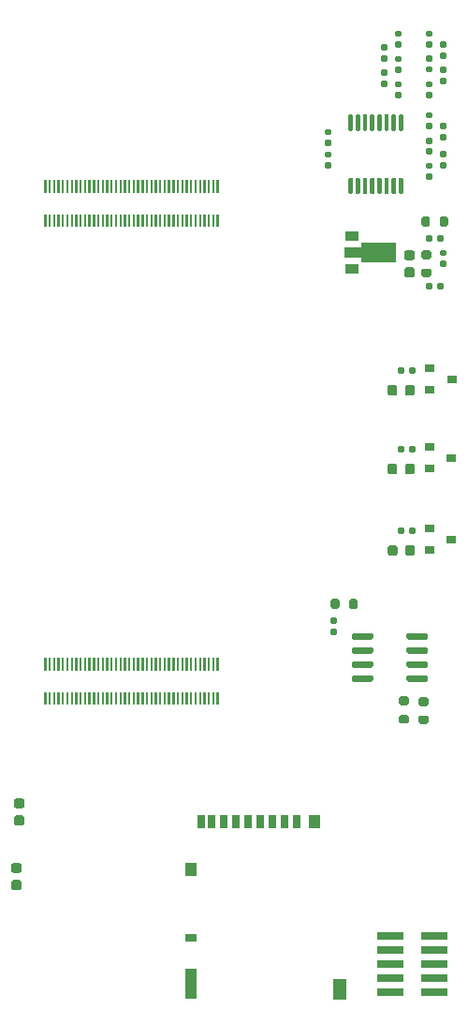
<source format=gbr>
%TF.GenerationSoftware,KiCad,Pcbnew,(5.1.9-0-10_14)*%
%TF.CreationDate,2021-11-19T16:31:04+01:00*%
%TF.ProjectId,Silviaduino,53696c76-6961-4647-9569-6e6f2e6b6963,rev?*%
%TF.SameCoordinates,Original*%
%TF.FileFunction,Paste,Top*%
%TF.FilePolarity,Positive*%
%FSLAX46Y46*%
G04 Gerber Fmt 4.6, Leading zero omitted, Abs format (unit mm)*
G04 Created by KiCad (PCBNEW (5.1.9-0-10_14)) date 2021-11-19 16:31:04*
%MOMM*%
%LPD*%
G01*
G04 APERTURE LIST*
%ADD10C,0.100000*%
%ADD11R,1.300000X0.900000*%
%ADD12R,0.900000X0.800000*%
%ADD13R,2.400000X0.740000*%
%ADD14R,1.300000X1.900000*%
%ADD15R,1.000000X2.800000*%
%ADD16R,1.000000X0.800000*%
%ADD17R,1.000000X1.200000*%
%ADD18R,0.700000X1.200000*%
G04 APERTURE END LIST*
%TO.C,R18*%
G36*
G01*
X170455000Y-63329000D02*
X169905000Y-63329000D01*
G75*
G02*
X169705000Y-63129000I0J200000D01*
G01*
X169705000Y-62729000D01*
G75*
G02*
X169905000Y-62529000I200000J0D01*
G01*
X170455000Y-62529000D01*
G75*
G02*
X170655000Y-62729000I0J-200000D01*
G01*
X170655000Y-63129000D01*
G75*
G02*
X170455000Y-63329000I-200000J0D01*
G01*
G37*
G36*
G01*
X170455000Y-64979000D02*
X169905000Y-64979000D01*
G75*
G02*
X169705000Y-64779000I0J200000D01*
G01*
X169705000Y-64379000D01*
G75*
G02*
X169905000Y-64179000I200000J0D01*
G01*
X170455000Y-64179000D01*
G75*
G02*
X170655000Y-64379000I0J-200000D01*
G01*
X170655000Y-64779000D01*
G75*
G02*
X170455000Y-64979000I-200000J0D01*
G01*
G37*
%TD*%
%TO.C,R17*%
G36*
G01*
X170700000Y-65601000D02*
X170700000Y-65971000D01*
G75*
G02*
X170565000Y-66106000I-135000J0D01*
G01*
X170295000Y-66106000D01*
G75*
G02*
X170160000Y-65971000I0J135000D01*
G01*
X170160000Y-65601000D01*
G75*
G02*
X170295000Y-65466000I135000J0D01*
G01*
X170565000Y-65466000D01*
G75*
G02*
X170700000Y-65601000I0J-135000D01*
G01*
G37*
G36*
G01*
X171720000Y-65601000D02*
X171720000Y-65971000D01*
G75*
G02*
X171585000Y-66106000I-135000J0D01*
G01*
X171315000Y-66106000D01*
G75*
G02*
X171180000Y-65971000I0J135000D01*
G01*
X171180000Y-65601000D01*
G75*
G02*
X171315000Y-65466000I135000J0D01*
G01*
X171585000Y-65466000D01*
G75*
G02*
X171720000Y-65601000I0J-135000D01*
G01*
G37*
%TD*%
%TO.C,C15*%
G36*
G01*
X171874000Y-63046000D02*
X171534000Y-63046000D01*
G75*
G02*
X171394000Y-62906000I0J140000D01*
G01*
X171394000Y-62626000D01*
G75*
G02*
X171534000Y-62486000I140000J0D01*
G01*
X171874000Y-62486000D01*
G75*
G02*
X172014000Y-62626000I0J-140000D01*
G01*
X172014000Y-62906000D01*
G75*
G02*
X171874000Y-63046000I-140000J0D01*
G01*
G37*
G36*
G01*
X171874000Y-64006000D02*
X171534000Y-64006000D01*
G75*
G02*
X171394000Y-63866000I0J140000D01*
G01*
X171394000Y-63586000D01*
G75*
G02*
X171534000Y-63446000I140000J0D01*
G01*
X171874000Y-63446000D01*
G75*
G02*
X172014000Y-63586000I0J-140000D01*
G01*
X172014000Y-63866000D01*
G75*
G02*
X171874000Y-64006000I-140000J0D01*
G01*
G37*
%TD*%
%TO.C,R9*%
G36*
G01*
X170201000Y-103715000D02*
X169651000Y-103715000D01*
G75*
G02*
X169451000Y-103515000I0J200000D01*
G01*
X169451000Y-103115000D01*
G75*
G02*
X169651000Y-102915000I200000J0D01*
G01*
X170201000Y-102915000D01*
G75*
G02*
X170401000Y-103115000I0J-200000D01*
G01*
X170401000Y-103515000D01*
G75*
G02*
X170201000Y-103715000I-200000J0D01*
G01*
G37*
G36*
G01*
X170201000Y-105365000D02*
X169651000Y-105365000D01*
G75*
G02*
X169451000Y-105165000I0J200000D01*
G01*
X169451000Y-104765000D01*
G75*
G02*
X169651000Y-104565000I200000J0D01*
G01*
X170201000Y-104565000D01*
G75*
G02*
X170401000Y-104765000I0J-200000D01*
G01*
X170401000Y-105165000D01*
G75*
G02*
X170201000Y-105365000I-200000J0D01*
G01*
G37*
%TD*%
%TO.C,R8*%
G36*
G01*
X167873000Y-104502000D02*
X168423000Y-104502000D01*
G75*
G02*
X168623000Y-104702000I0J-200000D01*
G01*
X168623000Y-105102000D01*
G75*
G02*
X168423000Y-105302000I-200000J0D01*
G01*
X167873000Y-105302000D01*
G75*
G02*
X167673000Y-105102000I0J200000D01*
G01*
X167673000Y-104702000D01*
G75*
G02*
X167873000Y-104502000I200000J0D01*
G01*
G37*
G36*
G01*
X167873000Y-102852000D02*
X168423000Y-102852000D01*
G75*
G02*
X168623000Y-103052000I0J-200000D01*
G01*
X168623000Y-103452000D01*
G75*
G02*
X168423000Y-103652000I-200000J0D01*
G01*
X167873000Y-103652000D01*
G75*
G02*
X167673000Y-103452000I0J200000D01*
G01*
X167673000Y-103052000D01*
G75*
G02*
X167873000Y-102852000I200000J0D01*
G01*
G37*
%TD*%
%TO.C,R6*%
G36*
G01*
X163176000Y-94763000D02*
X163176000Y-94213000D01*
G75*
G02*
X163376000Y-94013000I200000J0D01*
G01*
X163776000Y-94013000D01*
G75*
G02*
X163976000Y-94213000I0J-200000D01*
G01*
X163976000Y-94763000D01*
G75*
G02*
X163776000Y-94963000I-200000J0D01*
G01*
X163376000Y-94963000D01*
G75*
G02*
X163176000Y-94763000I0J200000D01*
G01*
G37*
G36*
G01*
X161526000Y-94763000D02*
X161526000Y-94213000D01*
G75*
G02*
X161726000Y-94013000I200000J0D01*
G01*
X162126000Y-94013000D01*
G75*
G02*
X162326000Y-94213000I0J-200000D01*
G01*
X162326000Y-94763000D01*
G75*
G02*
X162126000Y-94963000I-200000J0D01*
G01*
X161726000Y-94963000D01*
G75*
G02*
X161526000Y-94763000I0J200000D01*
G01*
G37*
%TD*%
%TO.C,R5*%
G36*
G01*
X171367000Y-60219000D02*
X171367000Y-59669000D01*
G75*
G02*
X171567000Y-59469000I200000J0D01*
G01*
X171967000Y-59469000D01*
G75*
G02*
X172167000Y-59669000I0J-200000D01*
G01*
X172167000Y-60219000D01*
G75*
G02*
X171967000Y-60419000I-200000J0D01*
G01*
X171567000Y-60419000D01*
G75*
G02*
X171367000Y-60219000I0J200000D01*
G01*
G37*
G36*
G01*
X169717000Y-60219000D02*
X169717000Y-59669000D01*
G75*
G02*
X169917000Y-59469000I200000J0D01*
G01*
X170317000Y-59469000D01*
G75*
G02*
X170517000Y-59669000I0J-200000D01*
G01*
X170517000Y-60219000D01*
G75*
G02*
X170317000Y-60419000I-200000J0D01*
G01*
X169917000Y-60419000D01*
G75*
G02*
X169717000Y-60219000I0J200000D01*
G01*
G37*
%TD*%
%TO.C,C4*%
G36*
G01*
X168906000Y-63429000D02*
X168406000Y-63429000D01*
G75*
G02*
X168181000Y-63204000I0J225000D01*
G01*
X168181000Y-62754000D01*
G75*
G02*
X168406000Y-62529000I225000J0D01*
G01*
X168906000Y-62529000D01*
G75*
G02*
X169131000Y-62754000I0J-225000D01*
G01*
X169131000Y-63204000D01*
G75*
G02*
X168906000Y-63429000I-225000J0D01*
G01*
G37*
G36*
G01*
X168906000Y-64979000D02*
X168406000Y-64979000D01*
G75*
G02*
X168181000Y-64754000I0J225000D01*
G01*
X168181000Y-64304000D01*
G75*
G02*
X168406000Y-64079000I225000J0D01*
G01*
X168906000Y-64079000D01*
G75*
G02*
X169131000Y-64304000I0J-225000D01*
G01*
X169131000Y-64754000D01*
G75*
G02*
X168906000Y-64979000I-225000J0D01*
G01*
G37*
%TD*%
%TO.C,C3*%
G36*
G01*
X133100000Y-113609000D02*
X133600000Y-113609000D01*
G75*
G02*
X133825000Y-113834000I0J-225000D01*
G01*
X133825000Y-114284000D01*
G75*
G02*
X133600000Y-114509000I-225000J0D01*
G01*
X133100000Y-114509000D01*
G75*
G02*
X132875000Y-114284000I0J225000D01*
G01*
X132875000Y-113834000D01*
G75*
G02*
X133100000Y-113609000I225000J0D01*
G01*
G37*
G36*
G01*
X133100000Y-112059000D02*
X133600000Y-112059000D01*
G75*
G02*
X133825000Y-112284000I0J-225000D01*
G01*
X133825000Y-112734000D01*
G75*
G02*
X133600000Y-112959000I-225000J0D01*
G01*
X133100000Y-112959000D01*
G75*
G02*
X132875000Y-112734000I0J225000D01*
G01*
X132875000Y-112284000D01*
G75*
G02*
X133100000Y-112059000I225000J0D01*
G01*
G37*
%TD*%
%TO.C,C2*%
G36*
G01*
X133346000Y-118801000D02*
X132846000Y-118801000D01*
G75*
G02*
X132621000Y-118576000I0J225000D01*
G01*
X132621000Y-118126000D01*
G75*
G02*
X132846000Y-117901000I225000J0D01*
G01*
X133346000Y-117901000D01*
G75*
G02*
X133571000Y-118126000I0J-225000D01*
G01*
X133571000Y-118576000D01*
G75*
G02*
X133346000Y-118801000I-225000J0D01*
G01*
G37*
G36*
G01*
X133346000Y-120351000D02*
X132846000Y-120351000D01*
G75*
G02*
X132621000Y-120126000I0J225000D01*
G01*
X132621000Y-119676000D01*
G75*
G02*
X132846000Y-119451000I225000J0D01*
G01*
X133346000Y-119451000D01*
G75*
G02*
X133571000Y-119676000I0J-225000D01*
G01*
X133571000Y-120126000D01*
G75*
G02*
X133346000Y-120351000I-225000J0D01*
G01*
G37*
%TD*%
%TO.C,U5*%
G36*
G01*
X163433000Y-51723000D02*
X163233000Y-51723000D01*
G75*
G02*
X163133000Y-51623000I0J100000D01*
G01*
X163133000Y-50348000D01*
G75*
G02*
X163233000Y-50248000I100000J0D01*
G01*
X163433000Y-50248000D01*
G75*
G02*
X163533000Y-50348000I0J-100000D01*
G01*
X163533000Y-51623000D01*
G75*
G02*
X163433000Y-51723000I-100000J0D01*
G01*
G37*
G36*
G01*
X164083000Y-51723000D02*
X163883000Y-51723000D01*
G75*
G02*
X163783000Y-51623000I0J100000D01*
G01*
X163783000Y-50348000D01*
G75*
G02*
X163883000Y-50248000I100000J0D01*
G01*
X164083000Y-50248000D01*
G75*
G02*
X164183000Y-50348000I0J-100000D01*
G01*
X164183000Y-51623000D01*
G75*
G02*
X164083000Y-51723000I-100000J0D01*
G01*
G37*
G36*
G01*
X164733000Y-51723000D02*
X164533000Y-51723000D01*
G75*
G02*
X164433000Y-51623000I0J100000D01*
G01*
X164433000Y-50348000D01*
G75*
G02*
X164533000Y-50248000I100000J0D01*
G01*
X164733000Y-50248000D01*
G75*
G02*
X164833000Y-50348000I0J-100000D01*
G01*
X164833000Y-51623000D01*
G75*
G02*
X164733000Y-51723000I-100000J0D01*
G01*
G37*
G36*
G01*
X165383000Y-51723000D02*
X165183000Y-51723000D01*
G75*
G02*
X165083000Y-51623000I0J100000D01*
G01*
X165083000Y-50348000D01*
G75*
G02*
X165183000Y-50248000I100000J0D01*
G01*
X165383000Y-50248000D01*
G75*
G02*
X165483000Y-50348000I0J-100000D01*
G01*
X165483000Y-51623000D01*
G75*
G02*
X165383000Y-51723000I-100000J0D01*
G01*
G37*
G36*
G01*
X166033000Y-51723000D02*
X165833000Y-51723000D01*
G75*
G02*
X165733000Y-51623000I0J100000D01*
G01*
X165733000Y-50348000D01*
G75*
G02*
X165833000Y-50248000I100000J0D01*
G01*
X166033000Y-50248000D01*
G75*
G02*
X166133000Y-50348000I0J-100000D01*
G01*
X166133000Y-51623000D01*
G75*
G02*
X166033000Y-51723000I-100000J0D01*
G01*
G37*
G36*
G01*
X166683000Y-51723000D02*
X166483000Y-51723000D01*
G75*
G02*
X166383000Y-51623000I0J100000D01*
G01*
X166383000Y-50348000D01*
G75*
G02*
X166483000Y-50248000I100000J0D01*
G01*
X166683000Y-50248000D01*
G75*
G02*
X166783000Y-50348000I0J-100000D01*
G01*
X166783000Y-51623000D01*
G75*
G02*
X166683000Y-51723000I-100000J0D01*
G01*
G37*
G36*
G01*
X167333000Y-51723000D02*
X167133000Y-51723000D01*
G75*
G02*
X167033000Y-51623000I0J100000D01*
G01*
X167033000Y-50348000D01*
G75*
G02*
X167133000Y-50248000I100000J0D01*
G01*
X167333000Y-50248000D01*
G75*
G02*
X167433000Y-50348000I0J-100000D01*
G01*
X167433000Y-51623000D01*
G75*
G02*
X167333000Y-51723000I-100000J0D01*
G01*
G37*
G36*
G01*
X167983000Y-51723000D02*
X167783000Y-51723000D01*
G75*
G02*
X167683000Y-51623000I0J100000D01*
G01*
X167683000Y-50348000D01*
G75*
G02*
X167783000Y-50248000I100000J0D01*
G01*
X167983000Y-50248000D01*
G75*
G02*
X168083000Y-50348000I0J-100000D01*
G01*
X168083000Y-51623000D01*
G75*
G02*
X167983000Y-51723000I-100000J0D01*
G01*
G37*
G36*
G01*
X167983000Y-57448000D02*
X167783000Y-57448000D01*
G75*
G02*
X167683000Y-57348000I0J100000D01*
G01*
X167683000Y-56073000D01*
G75*
G02*
X167783000Y-55973000I100000J0D01*
G01*
X167983000Y-55973000D01*
G75*
G02*
X168083000Y-56073000I0J-100000D01*
G01*
X168083000Y-57348000D01*
G75*
G02*
X167983000Y-57448000I-100000J0D01*
G01*
G37*
G36*
G01*
X167333000Y-57448000D02*
X167133000Y-57448000D01*
G75*
G02*
X167033000Y-57348000I0J100000D01*
G01*
X167033000Y-56073000D01*
G75*
G02*
X167133000Y-55973000I100000J0D01*
G01*
X167333000Y-55973000D01*
G75*
G02*
X167433000Y-56073000I0J-100000D01*
G01*
X167433000Y-57348000D01*
G75*
G02*
X167333000Y-57448000I-100000J0D01*
G01*
G37*
G36*
G01*
X166683000Y-57448000D02*
X166483000Y-57448000D01*
G75*
G02*
X166383000Y-57348000I0J100000D01*
G01*
X166383000Y-56073000D01*
G75*
G02*
X166483000Y-55973000I100000J0D01*
G01*
X166683000Y-55973000D01*
G75*
G02*
X166783000Y-56073000I0J-100000D01*
G01*
X166783000Y-57348000D01*
G75*
G02*
X166683000Y-57448000I-100000J0D01*
G01*
G37*
G36*
G01*
X166033000Y-57448000D02*
X165833000Y-57448000D01*
G75*
G02*
X165733000Y-57348000I0J100000D01*
G01*
X165733000Y-56073000D01*
G75*
G02*
X165833000Y-55973000I100000J0D01*
G01*
X166033000Y-55973000D01*
G75*
G02*
X166133000Y-56073000I0J-100000D01*
G01*
X166133000Y-57348000D01*
G75*
G02*
X166033000Y-57448000I-100000J0D01*
G01*
G37*
G36*
G01*
X165383000Y-57448000D02*
X165183000Y-57448000D01*
G75*
G02*
X165083000Y-57348000I0J100000D01*
G01*
X165083000Y-56073000D01*
G75*
G02*
X165183000Y-55973000I100000J0D01*
G01*
X165383000Y-55973000D01*
G75*
G02*
X165483000Y-56073000I0J-100000D01*
G01*
X165483000Y-57348000D01*
G75*
G02*
X165383000Y-57448000I-100000J0D01*
G01*
G37*
G36*
G01*
X164733000Y-57448000D02*
X164533000Y-57448000D01*
G75*
G02*
X164433000Y-57348000I0J100000D01*
G01*
X164433000Y-56073000D01*
G75*
G02*
X164533000Y-55973000I100000J0D01*
G01*
X164733000Y-55973000D01*
G75*
G02*
X164833000Y-56073000I0J-100000D01*
G01*
X164833000Y-57348000D01*
G75*
G02*
X164733000Y-57448000I-100000J0D01*
G01*
G37*
G36*
G01*
X164083000Y-57448000D02*
X163883000Y-57448000D01*
G75*
G02*
X163783000Y-57348000I0J100000D01*
G01*
X163783000Y-56073000D01*
G75*
G02*
X163883000Y-55973000I100000J0D01*
G01*
X164083000Y-55973000D01*
G75*
G02*
X164183000Y-56073000I0J-100000D01*
G01*
X164183000Y-57348000D01*
G75*
G02*
X164083000Y-57448000I-100000J0D01*
G01*
G37*
G36*
G01*
X163433000Y-57448000D02*
X163233000Y-57448000D01*
G75*
G02*
X163133000Y-57348000I0J100000D01*
G01*
X163133000Y-56073000D01*
G75*
G02*
X163233000Y-55973000I100000J0D01*
G01*
X163433000Y-55973000D01*
G75*
G02*
X163533000Y-56073000I0J-100000D01*
G01*
X163533000Y-57348000D01*
G75*
G02*
X163433000Y-57448000I-100000J0D01*
G01*
G37*
%TD*%
D10*
%TO.C,U4*%
G36*
X135810000Y-56183000D02*
G01*
X135810000Y-57323000D01*
X135610000Y-57323000D01*
X135610000Y-56183000D01*
X135810000Y-56183000D01*
G37*
G36*
X135810000Y-59263000D02*
G01*
X135810000Y-60403000D01*
X135610000Y-60403000D01*
X135610000Y-59263000D01*
X135810000Y-59263000D01*
G37*
G36*
X136210000Y-56183000D02*
G01*
X136210000Y-57323000D01*
X136010000Y-57323000D01*
X136010000Y-56183000D01*
X136210000Y-56183000D01*
G37*
G36*
X136210000Y-59263000D02*
G01*
X136210000Y-60403000D01*
X136010000Y-60403000D01*
X136010000Y-59263000D01*
X136210000Y-59263000D01*
G37*
G36*
X136610000Y-56183000D02*
G01*
X136610000Y-57323000D01*
X136410000Y-57323000D01*
X136410000Y-56183000D01*
X136610000Y-56183000D01*
G37*
G36*
X136610000Y-59263000D02*
G01*
X136610000Y-60403000D01*
X136410000Y-60403000D01*
X136410000Y-59263000D01*
X136610000Y-59263000D01*
G37*
G36*
X137010000Y-56183000D02*
G01*
X137010000Y-57323000D01*
X136810000Y-57323000D01*
X136810000Y-56183000D01*
X137010000Y-56183000D01*
G37*
G36*
X137010000Y-59263000D02*
G01*
X137010000Y-60403000D01*
X136810000Y-60403000D01*
X136810000Y-59263000D01*
X137010000Y-59263000D01*
G37*
G36*
X137410000Y-56183000D02*
G01*
X137410000Y-57323000D01*
X137210000Y-57323000D01*
X137210000Y-56183000D01*
X137410000Y-56183000D01*
G37*
G36*
X137410000Y-59263000D02*
G01*
X137410000Y-60403000D01*
X137210000Y-60403000D01*
X137210000Y-59263000D01*
X137410000Y-59263000D01*
G37*
G36*
X137810000Y-56183000D02*
G01*
X137810000Y-57323000D01*
X137610000Y-57323000D01*
X137610000Y-56183000D01*
X137810000Y-56183000D01*
G37*
G36*
X137810000Y-59263000D02*
G01*
X137810000Y-60403000D01*
X137610000Y-60403000D01*
X137610000Y-59263000D01*
X137810000Y-59263000D01*
G37*
G36*
X138210000Y-56183000D02*
G01*
X138210000Y-57323000D01*
X138010000Y-57323000D01*
X138010000Y-56183000D01*
X138210000Y-56183000D01*
G37*
G36*
X138210000Y-59263000D02*
G01*
X138210000Y-60403000D01*
X138010000Y-60403000D01*
X138010000Y-59263000D01*
X138210000Y-59263000D01*
G37*
G36*
X138610000Y-56183000D02*
G01*
X138610000Y-57323000D01*
X138410000Y-57323000D01*
X138410000Y-56183000D01*
X138610000Y-56183000D01*
G37*
G36*
X138610000Y-59263000D02*
G01*
X138610000Y-60403000D01*
X138410000Y-60403000D01*
X138410000Y-59263000D01*
X138610000Y-59263000D01*
G37*
G36*
X139010000Y-56183000D02*
G01*
X139010000Y-57323000D01*
X138810000Y-57323000D01*
X138810000Y-56183000D01*
X139010000Y-56183000D01*
G37*
G36*
X139010000Y-59263000D02*
G01*
X139010000Y-60403000D01*
X138810000Y-60403000D01*
X138810000Y-59263000D01*
X139010000Y-59263000D01*
G37*
G36*
X139410000Y-56183000D02*
G01*
X139410000Y-57323000D01*
X139210000Y-57323000D01*
X139210000Y-56183000D01*
X139410000Y-56183000D01*
G37*
G36*
X139410000Y-59263000D02*
G01*
X139410000Y-60403000D01*
X139210000Y-60403000D01*
X139210000Y-59263000D01*
X139410000Y-59263000D01*
G37*
G36*
X139810000Y-56183000D02*
G01*
X139810000Y-57323000D01*
X139610000Y-57323000D01*
X139610000Y-56183000D01*
X139810000Y-56183000D01*
G37*
G36*
X139810000Y-59263000D02*
G01*
X139810000Y-60403000D01*
X139610000Y-60403000D01*
X139610000Y-59263000D01*
X139810000Y-59263000D01*
G37*
G36*
X140210000Y-56183000D02*
G01*
X140210000Y-57323000D01*
X140010000Y-57323000D01*
X140010000Y-56183000D01*
X140210000Y-56183000D01*
G37*
G36*
X140210000Y-59263000D02*
G01*
X140210000Y-60403000D01*
X140010000Y-60403000D01*
X140010000Y-59263000D01*
X140210000Y-59263000D01*
G37*
G36*
X140610000Y-56183000D02*
G01*
X140610000Y-57323000D01*
X140410000Y-57323000D01*
X140410000Y-56183000D01*
X140610000Y-56183000D01*
G37*
G36*
X140610000Y-59263000D02*
G01*
X140610000Y-60403000D01*
X140410000Y-60403000D01*
X140410000Y-59263000D01*
X140610000Y-59263000D01*
G37*
G36*
X141010000Y-56183000D02*
G01*
X141010000Y-57323000D01*
X140810000Y-57323000D01*
X140810000Y-56183000D01*
X141010000Y-56183000D01*
G37*
G36*
X141010000Y-59263000D02*
G01*
X141010000Y-60403000D01*
X140810000Y-60403000D01*
X140810000Y-59263000D01*
X141010000Y-59263000D01*
G37*
G36*
X141410000Y-56183000D02*
G01*
X141410000Y-57323000D01*
X141210000Y-57323000D01*
X141210000Y-56183000D01*
X141410000Y-56183000D01*
G37*
G36*
X141410000Y-59263000D02*
G01*
X141410000Y-60403000D01*
X141210000Y-60403000D01*
X141210000Y-59263000D01*
X141410000Y-59263000D01*
G37*
G36*
X141810000Y-56183000D02*
G01*
X141810000Y-57323000D01*
X141610000Y-57323000D01*
X141610000Y-56183000D01*
X141810000Y-56183000D01*
G37*
G36*
X141810000Y-59263000D02*
G01*
X141810000Y-60403000D01*
X141610000Y-60403000D01*
X141610000Y-59263000D01*
X141810000Y-59263000D01*
G37*
G36*
X142210000Y-56183000D02*
G01*
X142210000Y-57323000D01*
X142010000Y-57323000D01*
X142010000Y-56183000D01*
X142210000Y-56183000D01*
G37*
G36*
X142210000Y-59263000D02*
G01*
X142210000Y-60403000D01*
X142010000Y-60403000D01*
X142010000Y-59263000D01*
X142210000Y-59263000D01*
G37*
G36*
X142610000Y-56183000D02*
G01*
X142610000Y-57323000D01*
X142410000Y-57323000D01*
X142410000Y-56183000D01*
X142610000Y-56183000D01*
G37*
G36*
X142610000Y-59263000D02*
G01*
X142610000Y-60403000D01*
X142410000Y-60403000D01*
X142410000Y-59263000D01*
X142610000Y-59263000D01*
G37*
G36*
X143010000Y-56183000D02*
G01*
X143010000Y-57323000D01*
X142810000Y-57323000D01*
X142810000Y-56183000D01*
X143010000Y-56183000D01*
G37*
G36*
X143010000Y-59263000D02*
G01*
X143010000Y-60403000D01*
X142810000Y-60403000D01*
X142810000Y-59263000D01*
X143010000Y-59263000D01*
G37*
G36*
X143410000Y-56183000D02*
G01*
X143410000Y-57323000D01*
X143210000Y-57323000D01*
X143210000Y-56183000D01*
X143410000Y-56183000D01*
G37*
G36*
X143410000Y-59263000D02*
G01*
X143410000Y-60403000D01*
X143210000Y-60403000D01*
X143210000Y-59263000D01*
X143410000Y-59263000D01*
G37*
G36*
X143810000Y-56183000D02*
G01*
X143810000Y-57323000D01*
X143610000Y-57323000D01*
X143610000Y-56183000D01*
X143810000Y-56183000D01*
G37*
G36*
X143810000Y-59263000D02*
G01*
X143810000Y-60403000D01*
X143610000Y-60403000D01*
X143610000Y-59263000D01*
X143810000Y-59263000D01*
G37*
G36*
X144210000Y-56183000D02*
G01*
X144210000Y-57323000D01*
X144010000Y-57323000D01*
X144010000Y-56183000D01*
X144210000Y-56183000D01*
G37*
G36*
X144210000Y-59263000D02*
G01*
X144210000Y-60403000D01*
X144010000Y-60403000D01*
X144010000Y-59263000D01*
X144210000Y-59263000D01*
G37*
G36*
X144610000Y-56183000D02*
G01*
X144610000Y-57323000D01*
X144410000Y-57323000D01*
X144410000Y-56183000D01*
X144610000Y-56183000D01*
G37*
G36*
X144610000Y-59263000D02*
G01*
X144610000Y-60403000D01*
X144410000Y-60403000D01*
X144410000Y-59263000D01*
X144610000Y-59263000D01*
G37*
G36*
X145010000Y-56183000D02*
G01*
X145010000Y-57323000D01*
X144810000Y-57323000D01*
X144810000Y-56183000D01*
X145010000Y-56183000D01*
G37*
G36*
X145010000Y-59263000D02*
G01*
X145010000Y-60403000D01*
X144810000Y-60403000D01*
X144810000Y-59263000D01*
X145010000Y-59263000D01*
G37*
G36*
X145410000Y-56183000D02*
G01*
X145410000Y-57323000D01*
X145210000Y-57323000D01*
X145210000Y-56183000D01*
X145410000Y-56183000D01*
G37*
G36*
X145410000Y-59263000D02*
G01*
X145410000Y-60403000D01*
X145210000Y-60403000D01*
X145210000Y-59263000D01*
X145410000Y-59263000D01*
G37*
G36*
X145810000Y-56183000D02*
G01*
X145810000Y-57323000D01*
X145610000Y-57323000D01*
X145610000Y-56183000D01*
X145810000Y-56183000D01*
G37*
G36*
X145810000Y-59263000D02*
G01*
X145810000Y-60403000D01*
X145610000Y-60403000D01*
X145610000Y-59263000D01*
X145810000Y-59263000D01*
G37*
G36*
X146210000Y-56183000D02*
G01*
X146210000Y-57323000D01*
X146010000Y-57323000D01*
X146010000Y-56183000D01*
X146210000Y-56183000D01*
G37*
G36*
X146210000Y-59263000D02*
G01*
X146210000Y-60403000D01*
X146010000Y-60403000D01*
X146010000Y-59263000D01*
X146210000Y-59263000D01*
G37*
G36*
X146610000Y-56183000D02*
G01*
X146610000Y-57323000D01*
X146410000Y-57323000D01*
X146410000Y-56183000D01*
X146610000Y-56183000D01*
G37*
G36*
X146610000Y-59263000D02*
G01*
X146610000Y-60403000D01*
X146410000Y-60403000D01*
X146410000Y-59263000D01*
X146610000Y-59263000D01*
G37*
G36*
X147010000Y-56183000D02*
G01*
X147010000Y-57323000D01*
X146810000Y-57323000D01*
X146810000Y-56183000D01*
X147010000Y-56183000D01*
G37*
G36*
X147010000Y-59263000D02*
G01*
X147010000Y-60403000D01*
X146810000Y-60403000D01*
X146810000Y-59263000D01*
X147010000Y-59263000D01*
G37*
G36*
X147410000Y-56183000D02*
G01*
X147410000Y-57323000D01*
X147210000Y-57323000D01*
X147210000Y-56183000D01*
X147410000Y-56183000D01*
G37*
G36*
X147410000Y-59263000D02*
G01*
X147410000Y-60403000D01*
X147210000Y-60403000D01*
X147210000Y-59263000D01*
X147410000Y-59263000D01*
G37*
G36*
X147810000Y-56183000D02*
G01*
X147810000Y-57323000D01*
X147610000Y-57323000D01*
X147610000Y-56183000D01*
X147810000Y-56183000D01*
G37*
G36*
X147810000Y-59263000D02*
G01*
X147810000Y-60403000D01*
X147610000Y-60403000D01*
X147610000Y-59263000D01*
X147810000Y-59263000D01*
G37*
G36*
X148210000Y-56183000D02*
G01*
X148210000Y-57323000D01*
X148010000Y-57323000D01*
X148010000Y-56183000D01*
X148210000Y-56183000D01*
G37*
G36*
X148210000Y-59263000D02*
G01*
X148210000Y-60403000D01*
X148010000Y-60403000D01*
X148010000Y-59263000D01*
X148210000Y-59263000D01*
G37*
G36*
X148610000Y-56183000D02*
G01*
X148610000Y-57323000D01*
X148410000Y-57323000D01*
X148410000Y-56183000D01*
X148610000Y-56183000D01*
G37*
G36*
X148610000Y-59263000D02*
G01*
X148610000Y-60403000D01*
X148410000Y-60403000D01*
X148410000Y-59263000D01*
X148610000Y-59263000D01*
G37*
G36*
X149010000Y-56183000D02*
G01*
X149010000Y-57323000D01*
X148810000Y-57323000D01*
X148810000Y-56183000D01*
X149010000Y-56183000D01*
G37*
G36*
X149010000Y-59263000D02*
G01*
X149010000Y-60403000D01*
X148810000Y-60403000D01*
X148810000Y-59263000D01*
X149010000Y-59263000D01*
G37*
G36*
X149410000Y-56183000D02*
G01*
X149410000Y-57323000D01*
X149210000Y-57323000D01*
X149210000Y-56183000D01*
X149410000Y-56183000D01*
G37*
G36*
X149410000Y-59263000D02*
G01*
X149410000Y-60403000D01*
X149210000Y-60403000D01*
X149210000Y-59263000D01*
X149410000Y-59263000D01*
G37*
G36*
X149810000Y-56183000D02*
G01*
X149810000Y-57323000D01*
X149610000Y-57323000D01*
X149610000Y-56183000D01*
X149810000Y-56183000D01*
G37*
G36*
X149810000Y-59263000D02*
G01*
X149810000Y-60403000D01*
X149610000Y-60403000D01*
X149610000Y-59263000D01*
X149810000Y-59263000D01*
G37*
G36*
X150210000Y-56183000D02*
G01*
X150210000Y-57323000D01*
X150010000Y-57323000D01*
X150010000Y-56183000D01*
X150210000Y-56183000D01*
G37*
G36*
X150210000Y-59263000D02*
G01*
X150210000Y-60403000D01*
X150010000Y-60403000D01*
X150010000Y-59263000D01*
X150210000Y-59263000D01*
G37*
G36*
X150610000Y-56183000D02*
G01*
X150610000Y-57323000D01*
X150410000Y-57323000D01*
X150410000Y-56183000D01*
X150610000Y-56183000D01*
G37*
G36*
X150610000Y-59263000D02*
G01*
X150610000Y-60403000D01*
X150410000Y-60403000D01*
X150410000Y-59263000D01*
X150610000Y-59263000D01*
G37*
G36*
X151010000Y-56183000D02*
G01*
X151010000Y-57323000D01*
X150810000Y-57323000D01*
X150810000Y-56183000D01*
X151010000Y-56183000D01*
G37*
G36*
X151010000Y-59263000D02*
G01*
X151010000Y-60403000D01*
X150810000Y-60403000D01*
X150810000Y-59263000D01*
X151010000Y-59263000D01*
G37*
G36*
X151410000Y-56183000D02*
G01*
X151410000Y-57323000D01*
X151210000Y-57323000D01*
X151210000Y-56183000D01*
X151410000Y-56183000D01*
G37*
G36*
X135810000Y-99363000D02*
G01*
X135810000Y-100503000D01*
X135610000Y-100503000D01*
X135610000Y-99363000D01*
X135810000Y-99363000D01*
G37*
G36*
X135810000Y-102443000D02*
G01*
X135810000Y-103583000D01*
X135610000Y-103583000D01*
X135610000Y-102443000D01*
X135810000Y-102443000D01*
G37*
G36*
X136210000Y-99363000D02*
G01*
X136210000Y-100503000D01*
X136010000Y-100503000D01*
X136010000Y-99363000D01*
X136210000Y-99363000D01*
G37*
G36*
X136210000Y-102443000D02*
G01*
X136210000Y-103583000D01*
X136010000Y-103583000D01*
X136010000Y-102443000D01*
X136210000Y-102443000D01*
G37*
G36*
X136610000Y-99363000D02*
G01*
X136610000Y-100503000D01*
X136410000Y-100503000D01*
X136410000Y-99363000D01*
X136610000Y-99363000D01*
G37*
G36*
X136610000Y-102443000D02*
G01*
X136610000Y-103583000D01*
X136410000Y-103583000D01*
X136410000Y-102443000D01*
X136610000Y-102443000D01*
G37*
G36*
X137010000Y-99363000D02*
G01*
X137010000Y-100503000D01*
X136810000Y-100503000D01*
X136810000Y-99363000D01*
X137010000Y-99363000D01*
G37*
G36*
X137010000Y-102443000D02*
G01*
X137010000Y-103583000D01*
X136810000Y-103583000D01*
X136810000Y-102443000D01*
X137010000Y-102443000D01*
G37*
G36*
X137410000Y-99363000D02*
G01*
X137410000Y-100503000D01*
X137210000Y-100503000D01*
X137210000Y-99363000D01*
X137410000Y-99363000D01*
G37*
G36*
X137410000Y-102443000D02*
G01*
X137410000Y-103583000D01*
X137210000Y-103583000D01*
X137210000Y-102443000D01*
X137410000Y-102443000D01*
G37*
G36*
X137810000Y-99363000D02*
G01*
X137810000Y-100503000D01*
X137610000Y-100503000D01*
X137610000Y-99363000D01*
X137810000Y-99363000D01*
G37*
G36*
X137810000Y-102443000D02*
G01*
X137810000Y-103583000D01*
X137610000Y-103583000D01*
X137610000Y-102443000D01*
X137810000Y-102443000D01*
G37*
G36*
X138210000Y-99363000D02*
G01*
X138210000Y-100503000D01*
X138010000Y-100503000D01*
X138010000Y-99363000D01*
X138210000Y-99363000D01*
G37*
G36*
X138210000Y-102443000D02*
G01*
X138210000Y-103583000D01*
X138010000Y-103583000D01*
X138010000Y-102443000D01*
X138210000Y-102443000D01*
G37*
G36*
X138610000Y-99363000D02*
G01*
X138610000Y-100503000D01*
X138410000Y-100503000D01*
X138410000Y-99363000D01*
X138610000Y-99363000D01*
G37*
G36*
X138610000Y-102443000D02*
G01*
X138610000Y-103583000D01*
X138410000Y-103583000D01*
X138410000Y-102443000D01*
X138610000Y-102443000D01*
G37*
G36*
X139010000Y-99363000D02*
G01*
X139010000Y-100503000D01*
X138810000Y-100503000D01*
X138810000Y-99363000D01*
X139010000Y-99363000D01*
G37*
G36*
X139010000Y-102443000D02*
G01*
X139010000Y-103583000D01*
X138810000Y-103583000D01*
X138810000Y-102443000D01*
X139010000Y-102443000D01*
G37*
G36*
X139410000Y-99363000D02*
G01*
X139410000Y-100503000D01*
X139210000Y-100503000D01*
X139210000Y-99363000D01*
X139410000Y-99363000D01*
G37*
G36*
X139410000Y-102443000D02*
G01*
X139410000Y-103583000D01*
X139210000Y-103583000D01*
X139210000Y-102443000D01*
X139410000Y-102443000D01*
G37*
G36*
X139810000Y-99363000D02*
G01*
X139810000Y-100503000D01*
X139610000Y-100503000D01*
X139610000Y-99363000D01*
X139810000Y-99363000D01*
G37*
G36*
X139810000Y-102443000D02*
G01*
X139810000Y-103583000D01*
X139610000Y-103583000D01*
X139610000Y-102443000D01*
X139810000Y-102443000D01*
G37*
G36*
X140210000Y-99363000D02*
G01*
X140210000Y-100503000D01*
X140010000Y-100503000D01*
X140010000Y-99363000D01*
X140210000Y-99363000D01*
G37*
G36*
X140210000Y-102443000D02*
G01*
X140210000Y-103583000D01*
X140010000Y-103583000D01*
X140010000Y-102443000D01*
X140210000Y-102443000D01*
G37*
G36*
X140610000Y-99363000D02*
G01*
X140610000Y-100503000D01*
X140410000Y-100503000D01*
X140410000Y-99363000D01*
X140610000Y-99363000D01*
G37*
G36*
X140610000Y-102443000D02*
G01*
X140610000Y-103583000D01*
X140410000Y-103583000D01*
X140410000Y-102443000D01*
X140610000Y-102443000D01*
G37*
G36*
X141010000Y-99363000D02*
G01*
X141010000Y-100503000D01*
X140810000Y-100503000D01*
X140810000Y-99363000D01*
X141010000Y-99363000D01*
G37*
G36*
X141010000Y-102443000D02*
G01*
X141010000Y-103583000D01*
X140810000Y-103583000D01*
X140810000Y-102443000D01*
X141010000Y-102443000D01*
G37*
G36*
X141410000Y-99363000D02*
G01*
X141410000Y-100503000D01*
X141210000Y-100503000D01*
X141210000Y-99363000D01*
X141410000Y-99363000D01*
G37*
G36*
X141410000Y-102443000D02*
G01*
X141410000Y-103583000D01*
X141210000Y-103583000D01*
X141210000Y-102443000D01*
X141410000Y-102443000D01*
G37*
G36*
X141810000Y-99363000D02*
G01*
X141810000Y-100503000D01*
X141610000Y-100503000D01*
X141610000Y-99363000D01*
X141810000Y-99363000D01*
G37*
G36*
X141810000Y-102443000D02*
G01*
X141810000Y-103583000D01*
X141610000Y-103583000D01*
X141610000Y-102443000D01*
X141810000Y-102443000D01*
G37*
G36*
X142210000Y-99363000D02*
G01*
X142210000Y-100503000D01*
X142010000Y-100503000D01*
X142010000Y-99363000D01*
X142210000Y-99363000D01*
G37*
G36*
X142210000Y-102443000D02*
G01*
X142210000Y-103583000D01*
X142010000Y-103583000D01*
X142010000Y-102443000D01*
X142210000Y-102443000D01*
G37*
G36*
X142610000Y-99363000D02*
G01*
X142610000Y-100503000D01*
X142410000Y-100503000D01*
X142410000Y-99363000D01*
X142610000Y-99363000D01*
G37*
G36*
X142610000Y-102443000D02*
G01*
X142610000Y-103583000D01*
X142410000Y-103583000D01*
X142410000Y-102443000D01*
X142610000Y-102443000D01*
G37*
G36*
X143010000Y-99363000D02*
G01*
X143010000Y-100503000D01*
X142810000Y-100503000D01*
X142810000Y-99363000D01*
X143010000Y-99363000D01*
G37*
G36*
X143010000Y-102443000D02*
G01*
X143010000Y-103583000D01*
X142810000Y-103583000D01*
X142810000Y-102443000D01*
X143010000Y-102443000D01*
G37*
G36*
X143410000Y-99363000D02*
G01*
X143410000Y-100503000D01*
X143210000Y-100503000D01*
X143210000Y-99363000D01*
X143410000Y-99363000D01*
G37*
G36*
X143410000Y-102443000D02*
G01*
X143410000Y-103583000D01*
X143210000Y-103583000D01*
X143210000Y-102443000D01*
X143410000Y-102443000D01*
G37*
G36*
X143810000Y-99363000D02*
G01*
X143810000Y-100503000D01*
X143610000Y-100503000D01*
X143610000Y-99363000D01*
X143810000Y-99363000D01*
G37*
G36*
X143810000Y-102443000D02*
G01*
X143810000Y-103583000D01*
X143610000Y-103583000D01*
X143610000Y-102443000D01*
X143810000Y-102443000D01*
G37*
G36*
X144210000Y-99363000D02*
G01*
X144210000Y-100503000D01*
X144010000Y-100503000D01*
X144010000Y-99363000D01*
X144210000Y-99363000D01*
G37*
G36*
X144210000Y-102443000D02*
G01*
X144210000Y-103583000D01*
X144010000Y-103583000D01*
X144010000Y-102443000D01*
X144210000Y-102443000D01*
G37*
G36*
X144610000Y-99363000D02*
G01*
X144610000Y-100503000D01*
X144410000Y-100503000D01*
X144410000Y-99363000D01*
X144610000Y-99363000D01*
G37*
G36*
X144610000Y-102443000D02*
G01*
X144610000Y-103583000D01*
X144410000Y-103583000D01*
X144410000Y-102443000D01*
X144610000Y-102443000D01*
G37*
G36*
X145010000Y-99363000D02*
G01*
X145010000Y-100503000D01*
X144810000Y-100503000D01*
X144810000Y-99363000D01*
X145010000Y-99363000D01*
G37*
G36*
X145010000Y-102443000D02*
G01*
X145010000Y-103583000D01*
X144810000Y-103583000D01*
X144810000Y-102443000D01*
X145010000Y-102443000D01*
G37*
G36*
X145410000Y-99363000D02*
G01*
X145410000Y-100503000D01*
X145210000Y-100503000D01*
X145210000Y-99363000D01*
X145410000Y-99363000D01*
G37*
G36*
X145410000Y-102443000D02*
G01*
X145410000Y-103583000D01*
X145210000Y-103583000D01*
X145210000Y-102443000D01*
X145410000Y-102443000D01*
G37*
G36*
X145810000Y-99363000D02*
G01*
X145810000Y-100503000D01*
X145610000Y-100503000D01*
X145610000Y-99363000D01*
X145810000Y-99363000D01*
G37*
G36*
X145810000Y-102443000D02*
G01*
X145810000Y-103583000D01*
X145610000Y-103583000D01*
X145610000Y-102443000D01*
X145810000Y-102443000D01*
G37*
G36*
X146210000Y-99363000D02*
G01*
X146210000Y-100503000D01*
X146010000Y-100503000D01*
X146010000Y-99363000D01*
X146210000Y-99363000D01*
G37*
G36*
X146210000Y-102443000D02*
G01*
X146210000Y-103583000D01*
X146010000Y-103583000D01*
X146010000Y-102443000D01*
X146210000Y-102443000D01*
G37*
G36*
X146610000Y-99363000D02*
G01*
X146610000Y-100503000D01*
X146410000Y-100503000D01*
X146410000Y-99363000D01*
X146610000Y-99363000D01*
G37*
G36*
X146610000Y-102443000D02*
G01*
X146610000Y-103583000D01*
X146410000Y-103583000D01*
X146410000Y-102443000D01*
X146610000Y-102443000D01*
G37*
G36*
X147010000Y-99363000D02*
G01*
X147010000Y-100503000D01*
X146810000Y-100503000D01*
X146810000Y-99363000D01*
X147010000Y-99363000D01*
G37*
G36*
X147010000Y-102443000D02*
G01*
X147010000Y-103583000D01*
X146810000Y-103583000D01*
X146810000Y-102443000D01*
X147010000Y-102443000D01*
G37*
G36*
X147410000Y-99363000D02*
G01*
X147410000Y-100503000D01*
X147210000Y-100503000D01*
X147210000Y-99363000D01*
X147410000Y-99363000D01*
G37*
G36*
X147410000Y-102443000D02*
G01*
X147410000Y-103583000D01*
X147210000Y-103583000D01*
X147210000Y-102443000D01*
X147410000Y-102443000D01*
G37*
G36*
X147810000Y-99363000D02*
G01*
X147810000Y-100503000D01*
X147610000Y-100503000D01*
X147610000Y-99363000D01*
X147810000Y-99363000D01*
G37*
G36*
X147810000Y-102443000D02*
G01*
X147810000Y-103583000D01*
X147610000Y-103583000D01*
X147610000Y-102443000D01*
X147810000Y-102443000D01*
G37*
G36*
X148210000Y-99363000D02*
G01*
X148210000Y-100503000D01*
X148010000Y-100503000D01*
X148010000Y-99363000D01*
X148210000Y-99363000D01*
G37*
G36*
X148210000Y-102443000D02*
G01*
X148210000Y-103583000D01*
X148010000Y-103583000D01*
X148010000Y-102443000D01*
X148210000Y-102443000D01*
G37*
G36*
X148610000Y-99363000D02*
G01*
X148610000Y-100503000D01*
X148410000Y-100503000D01*
X148410000Y-99363000D01*
X148610000Y-99363000D01*
G37*
G36*
X148610000Y-102443000D02*
G01*
X148610000Y-103583000D01*
X148410000Y-103583000D01*
X148410000Y-102443000D01*
X148610000Y-102443000D01*
G37*
G36*
X149010000Y-99363000D02*
G01*
X149010000Y-100503000D01*
X148810000Y-100503000D01*
X148810000Y-99363000D01*
X149010000Y-99363000D01*
G37*
G36*
X149010000Y-102443000D02*
G01*
X149010000Y-103583000D01*
X148810000Y-103583000D01*
X148810000Y-102443000D01*
X149010000Y-102443000D01*
G37*
G36*
X149410000Y-99363000D02*
G01*
X149410000Y-100503000D01*
X149210000Y-100503000D01*
X149210000Y-99363000D01*
X149410000Y-99363000D01*
G37*
G36*
X149410000Y-102443000D02*
G01*
X149410000Y-103583000D01*
X149210000Y-103583000D01*
X149210000Y-102443000D01*
X149410000Y-102443000D01*
G37*
G36*
X149810000Y-99363000D02*
G01*
X149810000Y-100503000D01*
X149610000Y-100503000D01*
X149610000Y-99363000D01*
X149810000Y-99363000D01*
G37*
G36*
X149810000Y-102443000D02*
G01*
X149810000Y-103583000D01*
X149610000Y-103583000D01*
X149610000Y-102443000D01*
X149810000Y-102443000D01*
G37*
G36*
X150210000Y-99363000D02*
G01*
X150210000Y-100503000D01*
X150010000Y-100503000D01*
X150010000Y-99363000D01*
X150210000Y-99363000D01*
G37*
G36*
X150210000Y-102443000D02*
G01*
X150210000Y-103583000D01*
X150010000Y-103583000D01*
X150010000Y-102443000D01*
X150210000Y-102443000D01*
G37*
G36*
X150610000Y-99363000D02*
G01*
X150610000Y-100503000D01*
X150410000Y-100503000D01*
X150410000Y-99363000D01*
X150610000Y-99363000D01*
G37*
G36*
X150610000Y-102443000D02*
G01*
X150610000Y-103583000D01*
X150410000Y-103583000D01*
X150410000Y-102443000D01*
X150610000Y-102443000D01*
G37*
G36*
X151010000Y-99363000D02*
G01*
X151010000Y-100503000D01*
X150810000Y-100503000D01*
X150810000Y-99363000D01*
X151010000Y-99363000D01*
G37*
G36*
X151010000Y-102443000D02*
G01*
X151010000Y-103583000D01*
X150810000Y-103583000D01*
X150810000Y-102443000D01*
X151010000Y-102443000D01*
G37*
G36*
X151410000Y-99363000D02*
G01*
X151410000Y-100503000D01*
X151210000Y-100503000D01*
X151210000Y-99363000D01*
X151410000Y-99363000D01*
G37*
G36*
X151410000Y-59263000D02*
G01*
X151410000Y-60403000D01*
X151210000Y-60403000D01*
X151210000Y-59263000D01*
X151410000Y-59263000D01*
G37*
G36*
X151410000Y-102443000D02*
G01*
X151410000Y-103583000D01*
X151210000Y-103583000D01*
X151210000Y-102443000D01*
X151410000Y-102443000D01*
G37*
%TD*%
%TO.C,U3*%
G36*
G01*
X168378000Y-97559000D02*
X168378000Y-97259000D01*
G75*
G02*
X168528000Y-97109000I150000J0D01*
G01*
X170178000Y-97109000D01*
G75*
G02*
X170328000Y-97259000I0J-150000D01*
G01*
X170328000Y-97559000D01*
G75*
G02*
X170178000Y-97709000I-150000J0D01*
G01*
X168528000Y-97709000D01*
G75*
G02*
X168378000Y-97559000I0J150000D01*
G01*
G37*
G36*
G01*
X168378000Y-98829000D02*
X168378000Y-98529000D01*
G75*
G02*
X168528000Y-98379000I150000J0D01*
G01*
X170178000Y-98379000D01*
G75*
G02*
X170328000Y-98529000I0J-150000D01*
G01*
X170328000Y-98829000D01*
G75*
G02*
X170178000Y-98979000I-150000J0D01*
G01*
X168528000Y-98979000D01*
G75*
G02*
X168378000Y-98829000I0J150000D01*
G01*
G37*
G36*
G01*
X168378000Y-100099000D02*
X168378000Y-99799000D01*
G75*
G02*
X168528000Y-99649000I150000J0D01*
G01*
X170178000Y-99649000D01*
G75*
G02*
X170328000Y-99799000I0J-150000D01*
G01*
X170328000Y-100099000D01*
G75*
G02*
X170178000Y-100249000I-150000J0D01*
G01*
X168528000Y-100249000D01*
G75*
G02*
X168378000Y-100099000I0J150000D01*
G01*
G37*
G36*
G01*
X168378000Y-101369000D02*
X168378000Y-101069000D01*
G75*
G02*
X168528000Y-100919000I150000J0D01*
G01*
X170178000Y-100919000D01*
G75*
G02*
X170328000Y-101069000I0J-150000D01*
G01*
X170328000Y-101369000D01*
G75*
G02*
X170178000Y-101519000I-150000J0D01*
G01*
X168528000Y-101519000D01*
G75*
G02*
X168378000Y-101369000I0J150000D01*
G01*
G37*
G36*
G01*
X163428000Y-101369000D02*
X163428000Y-101069000D01*
G75*
G02*
X163578000Y-100919000I150000J0D01*
G01*
X165228000Y-100919000D01*
G75*
G02*
X165378000Y-101069000I0J-150000D01*
G01*
X165378000Y-101369000D01*
G75*
G02*
X165228000Y-101519000I-150000J0D01*
G01*
X163578000Y-101519000D01*
G75*
G02*
X163428000Y-101369000I0J150000D01*
G01*
G37*
G36*
G01*
X163428000Y-100099000D02*
X163428000Y-99799000D01*
G75*
G02*
X163578000Y-99649000I150000J0D01*
G01*
X165228000Y-99649000D01*
G75*
G02*
X165378000Y-99799000I0J-150000D01*
G01*
X165378000Y-100099000D01*
G75*
G02*
X165228000Y-100249000I-150000J0D01*
G01*
X163578000Y-100249000D01*
G75*
G02*
X163428000Y-100099000I0J150000D01*
G01*
G37*
G36*
G01*
X163428000Y-98829000D02*
X163428000Y-98529000D01*
G75*
G02*
X163578000Y-98379000I150000J0D01*
G01*
X165228000Y-98379000D01*
G75*
G02*
X165378000Y-98529000I0J-150000D01*
G01*
X165378000Y-98829000D01*
G75*
G02*
X165228000Y-98979000I-150000J0D01*
G01*
X163578000Y-98979000D01*
G75*
G02*
X163428000Y-98829000I0J150000D01*
G01*
G37*
G36*
G01*
X163428000Y-97559000D02*
X163428000Y-97259000D01*
G75*
G02*
X163578000Y-97109000I150000J0D01*
G01*
X165228000Y-97109000D01*
G75*
G02*
X165378000Y-97259000I0J-150000D01*
G01*
X165378000Y-97559000D01*
G75*
G02*
X165228000Y-97709000I-150000J0D01*
G01*
X163578000Y-97709000D01*
G75*
G02*
X163428000Y-97559000I0J150000D01*
G01*
G37*
%TD*%
%TO.C,U2*%
G36*
X167400000Y-63604500D02*
G01*
X164275000Y-63604500D01*
X164275000Y-63188000D01*
X162800000Y-63188000D01*
X162800000Y-62288000D01*
X164275000Y-62288000D01*
X164275000Y-61871500D01*
X167400000Y-61871500D01*
X167400000Y-63604500D01*
G37*
D11*
X163450000Y-64238000D03*
X163450000Y-61238000D03*
%TD*%
%TO.C,R16*%
G36*
G01*
X166185000Y-44944000D02*
X166555000Y-44944000D01*
G75*
G02*
X166690000Y-45079000I0J-135000D01*
G01*
X166690000Y-45349000D01*
G75*
G02*
X166555000Y-45484000I-135000J0D01*
G01*
X166185000Y-45484000D01*
G75*
G02*
X166050000Y-45349000I0J135000D01*
G01*
X166050000Y-45079000D01*
G75*
G02*
X166185000Y-44944000I135000J0D01*
G01*
G37*
G36*
G01*
X166185000Y-43924000D02*
X166555000Y-43924000D01*
G75*
G02*
X166690000Y-44059000I0J-135000D01*
G01*
X166690000Y-44329000D01*
G75*
G02*
X166555000Y-44464000I-135000J0D01*
G01*
X166185000Y-44464000D01*
G75*
G02*
X166050000Y-44329000I0J135000D01*
G01*
X166050000Y-44059000D01*
G75*
G02*
X166185000Y-43924000I135000J0D01*
G01*
G37*
%TD*%
%TO.C,R14*%
G36*
G01*
X166555000Y-46750000D02*
X166185000Y-46750000D01*
G75*
G02*
X166050000Y-46615000I0J135000D01*
G01*
X166050000Y-46345000D01*
G75*
G02*
X166185000Y-46210000I135000J0D01*
G01*
X166555000Y-46210000D01*
G75*
G02*
X166690000Y-46345000I0J-135000D01*
G01*
X166690000Y-46615000D01*
G75*
G02*
X166555000Y-46750000I-135000J0D01*
G01*
G37*
G36*
G01*
X166555000Y-47770000D02*
X166185000Y-47770000D01*
G75*
G02*
X166050000Y-47635000I0J135000D01*
G01*
X166050000Y-47365000D01*
G75*
G02*
X166185000Y-47230000I135000J0D01*
G01*
X166555000Y-47230000D01*
G75*
G02*
X166690000Y-47365000I0J-135000D01*
G01*
X166690000Y-47635000D01*
G75*
G02*
X166555000Y-47770000I-135000J0D01*
G01*
G37*
%TD*%
%TO.C,R13*%
G36*
G01*
X171889000Y-46496000D02*
X171519000Y-46496000D01*
G75*
G02*
X171384000Y-46361000I0J135000D01*
G01*
X171384000Y-46091000D01*
G75*
G02*
X171519000Y-45956000I135000J0D01*
G01*
X171889000Y-45956000D01*
G75*
G02*
X172024000Y-46091000I0J-135000D01*
G01*
X172024000Y-46361000D01*
G75*
G02*
X171889000Y-46496000I-135000J0D01*
G01*
G37*
G36*
G01*
X171889000Y-47516000D02*
X171519000Y-47516000D01*
G75*
G02*
X171384000Y-47381000I0J135000D01*
G01*
X171384000Y-47111000D01*
G75*
G02*
X171519000Y-46976000I135000J0D01*
G01*
X171889000Y-46976000D01*
G75*
G02*
X172024000Y-47111000I0J-135000D01*
G01*
X172024000Y-47381000D01*
G75*
G02*
X171889000Y-47516000I-135000J0D01*
G01*
G37*
%TD*%
%TO.C,R12*%
G36*
G01*
X171889000Y-54116000D02*
X171519000Y-54116000D01*
G75*
G02*
X171384000Y-53981000I0J135000D01*
G01*
X171384000Y-53711000D01*
G75*
G02*
X171519000Y-53576000I135000J0D01*
G01*
X171889000Y-53576000D01*
G75*
G02*
X172024000Y-53711000I0J-135000D01*
G01*
X172024000Y-53981000D01*
G75*
G02*
X171889000Y-54116000I-135000J0D01*
G01*
G37*
G36*
G01*
X171889000Y-55136000D02*
X171519000Y-55136000D01*
G75*
G02*
X171384000Y-55001000I0J135000D01*
G01*
X171384000Y-54731000D01*
G75*
G02*
X171519000Y-54596000I135000J0D01*
G01*
X171889000Y-54596000D01*
G75*
G02*
X172024000Y-54731000I0J-135000D01*
G01*
X172024000Y-55001000D01*
G75*
G02*
X171889000Y-55136000I-135000J0D01*
G01*
G37*
%TD*%
%TO.C,R11*%
G36*
G01*
X171519000Y-44692000D02*
X171889000Y-44692000D01*
G75*
G02*
X172024000Y-44827000I0J-135000D01*
G01*
X172024000Y-45097000D01*
G75*
G02*
X171889000Y-45232000I-135000J0D01*
G01*
X171519000Y-45232000D01*
G75*
G02*
X171384000Y-45097000I0J135000D01*
G01*
X171384000Y-44827000D01*
G75*
G02*
X171519000Y-44692000I135000J0D01*
G01*
G37*
G36*
G01*
X171519000Y-43672000D02*
X171889000Y-43672000D01*
G75*
G02*
X172024000Y-43807000I0J-135000D01*
G01*
X172024000Y-44077000D01*
G75*
G02*
X171889000Y-44212000I-135000J0D01*
G01*
X171519000Y-44212000D01*
G75*
G02*
X171384000Y-44077000I0J135000D01*
G01*
X171384000Y-43807000D01*
G75*
G02*
X171519000Y-43672000I135000J0D01*
G01*
G37*
%TD*%
%TO.C,R10*%
G36*
G01*
X171519000Y-52056000D02*
X171889000Y-52056000D01*
G75*
G02*
X172024000Y-52191000I0J-135000D01*
G01*
X172024000Y-52461000D01*
G75*
G02*
X171889000Y-52596000I-135000J0D01*
G01*
X171519000Y-52596000D01*
G75*
G02*
X171384000Y-52461000I0J135000D01*
G01*
X171384000Y-52191000D01*
G75*
G02*
X171519000Y-52056000I135000J0D01*
G01*
G37*
G36*
G01*
X171519000Y-51036000D02*
X171889000Y-51036000D01*
G75*
G02*
X172024000Y-51171000I0J-135000D01*
G01*
X172024000Y-51441000D01*
G75*
G02*
X171889000Y-51576000I-135000J0D01*
G01*
X171519000Y-51576000D01*
G75*
G02*
X171384000Y-51441000I0J135000D01*
G01*
X171384000Y-51171000D01*
G75*
G02*
X171519000Y-51036000I135000J0D01*
G01*
G37*
%TD*%
%TO.C,R7*%
G36*
G01*
X161983000Y-96280000D02*
X161613000Y-96280000D01*
G75*
G02*
X161478000Y-96145000I0J135000D01*
G01*
X161478000Y-95875000D01*
G75*
G02*
X161613000Y-95740000I135000J0D01*
G01*
X161983000Y-95740000D01*
G75*
G02*
X162118000Y-95875000I0J-135000D01*
G01*
X162118000Y-96145000D01*
G75*
G02*
X161983000Y-96280000I-135000J0D01*
G01*
G37*
G36*
G01*
X161983000Y-97300000D02*
X161613000Y-97300000D01*
G75*
G02*
X161478000Y-97165000I0J135000D01*
G01*
X161478000Y-96895000D01*
G75*
G02*
X161613000Y-96760000I135000J0D01*
G01*
X161983000Y-96760000D01*
G75*
G02*
X162118000Y-96895000I0J-135000D01*
G01*
X162118000Y-97165000D01*
G75*
G02*
X161983000Y-97300000I-135000J0D01*
G01*
G37*
%TD*%
%TO.C,R4*%
G36*
G01*
X170702000Y-61283000D02*
X170702000Y-61653000D01*
G75*
G02*
X170567000Y-61788000I-135000J0D01*
G01*
X170297000Y-61788000D01*
G75*
G02*
X170162000Y-61653000I0J135000D01*
G01*
X170162000Y-61283000D01*
G75*
G02*
X170297000Y-61148000I135000J0D01*
G01*
X170567000Y-61148000D01*
G75*
G02*
X170702000Y-61283000I0J-135000D01*
G01*
G37*
G36*
G01*
X171722000Y-61283000D02*
X171722000Y-61653000D01*
G75*
G02*
X171587000Y-61788000I-135000J0D01*
G01*
X171317000Y-61788000D01*
G75*
G02*
X171182000Y-61653000I0J135000D01*
G01*
X171182000Y-61283000D01*
G75*
G02*
X171317000Y-61148000I135000J0D01*
G01*
X171587000Y-61148000D01*
G75*
G02*
X171722000Y-61283000I0J-135000D01*
G01*
G37*
%TD*%
%TO.C,R3*%
G36*
G01*
X168162000Y-87699000D02*
X168162000Y-88069000D01*
G75*
G02*
X168027000Y-88204000I-135000J0D01*
G01*
X167757000Y-88204000D01*
G75*
G02*
X167622000Y-88069000I0J135000D01*
G01*
X167622000Y-87699000D01*
G75*
G02*
X167757000Y-87564000I135000J0D01*
G01*
X168027000Y-87564000D01*
G75*
G02*
X168162000Y-87699000I0J-135000D01*
G01*
G37*
G36*
G01*
X169182000Y-87699000D02*
X169182000Y-88069000D01*
G75*
G02*
X169047000Y-88204000I-135000J0D01*
G01*
X168777000Y-88204000D01*
G75*
G02*
X168642000Y-88069000I0J135000D01*
G01*
X168642000Y-87699000D01*
G75*
G02*
X168777000Y-87564000I135000J0D01*
G01*
X169047000Y-87564000D01*
G75*
G02*
X169182000Y-87699000I0J-135000D01*
G01*
G37*
%TD*%
%TO.C,R2*%
G36*
G01*
X168162000Y-80333000D02*
X168162000Y-80703000D01*
G75*
G02*
X168027000Y-80838000I-135000J0D01*
G01*
X167757000Y-80838000D01*
G75*
G02*
X167622000Y-80703000I0J135000D01*
G01*
X167622000Y-80333000D01*
G75*
G02*
X167757000Y-80198000I135000J0D01*
G01*
X168027000Y-80198000D01*
G75*
G02*
X168162000Y-80333000I0J-135000D01*
G01*
G37*
G36*
G01*
X169182000Y-80333000D02*
X169182000Y-80703000D01*
G75*
G02*
X169047000Y-80838000I-135000J0D01*
G01*
X168777000Y-80838000D01*
G75*
G02*
X168642000Y-80703000I0J135000D01*
G01*
X168642000Y-80333000D01*
G75*
G02*
X168777000Y-80198000I135000J0D01*
G01*
X169047000Y-80198000D01*
G75*
G02*
X169182000Y-80333000I0J-135000D01*
G01*
G37*
%TD*%
%TO.C,R1*%
G36*
G01*
X168162000Y-73221000D02*
X168162000Y-73591000D01*
G75*
G02*
X168027000Y-73726000I-135000J0D01*
G01*
X167757000Y-73726000D01*
G75*
G02*
X167622000Y-73591000I0J135000D01*
G01*
X167622000Y-73221000D01*
G75*
G02*
X167757000Y-73086000I135000J0D01*
G01*
X168027000Y-73086000D01*
G75*
G02*
X168162000Y-73221000I0J-135000D01*
G01*
G37*
G36*
G01*
X169182000Y-73221000D02*
X169182000Y-73591000D01*
G75*
G02*
X169047000Y-73726000I-135000J0D01*
G01*
X168777000Y-73726000D01*
G75*
G02*
X168642000Y-73591000I0J135000D01*
G01*
X168642000Y-73221000D01*
G75*
G02*
X168777000Y-73086000I135000J0D01*
G01*
X169047000Y-73086000D01*
G75*
G02*
X169182000Y-73221000I0J-135000D01*
G01*
G37*
%TD*%
D12*
%TO.C,Q3*%
X172450000Y-88646000D03*
X170450000Y-89596000D03*
X170450000Y-87696000D03*
%TD*%
%TO.C,Q2*%
X172450000Y-81280000D03*
X170450000Y-82230000D03*
X170450000Y-80330000D03*
%TD*%
%TO.C,Q1*%
X172466000Y-74168000D03*
X170466000Y-75118000D03*
X170466000Y-73218000D03*
%TD*%
D13*
%TO.C,J14*%
X170860000Y-129540000D03*
X166960000Y-129540000D03*
X170860000Y-128270000D03*
X166960000Y-128270000D03*
X170860000Y-127000000D03*
X166960000Y-127000000D03*
X170860000Y-125730000D03*
X166960000Y-125730000D03*
X170860000Y-124460000D03*
X166960000Y-124460000D03*
%TD*%
D14*
%TO.C,J13*%
X162377000Y-129295000D03*
D15*
X148877000Y-128845000D03*
D16*
X148877000Y-124695000D03*
D17*
X148877000Y-118495000D03*
X160027000Y-114195000D03*
D18*
X151877000Y-114195000D03*
X152977000Y-114195000D03*
X154077000Y-114195000D03*
X155177000Y-114195000D03*
X156277000Y-114195000D03*
X157377000Y-114195000D03*
X158477000Y-114195000D03*
X150777000Y-114195000D03*
X149827000Y-114195000D03*
%TD*%
%TO.C,D3*%
G36*
G01*
X167569500Y-89405750D02*
X167569500Y-89918250D01*
G75*
G02*
X167350750Y-90137000I-218750J0D01*
G01*
X166913250Y-90137000D01*
G75*
G02*
X166694500Y-89918250I0J218750D01*
G01*
X166694500Y-89405750D01*
G75*
G02*
X166913250Y-89187000I218750J0D01*
G01*
X167350750Y-89187000D01*
G75*
G02*
X167569500Y-89405750I0J-218750D01*
G01*
G37*
G36*
G01*
X169144500Y-89405750D02*
X169144500Y-89918250D01*
G75*
G02*
X168925750Y-90137000I-218750J0D01*
G01*
X168488250Y-90137000D01*
G75*
G02*
X168269500Y-89918250I0J218750D01*
G01*
X168269500Y-89405750D01*
G75*
G02*
X168488250Y-89187000I218750J0D01*
G01*
X168925750Y-89187000D01*
G75*
G02*
X169144500Y-89405750I0J-218750D01*
G01*
G37*
%TD*%
%TO.C,D2*%
G36*
G01*
X167544000Y-82039750D02*
X167544000Y-82552250D01*
G75*
G02*
X167325250Y-82771000I-218750J0D01*
G01*
X166887750Y-82771000D01*
G75*
G02*
X166669000Y-82552250I0J218750D01*
G01*
X166669000Y-82039750D01*
G75*
G02*
X166887750Y-81821000I218750J0D01*
G01*
X167325250Y-81821000D01*
G75*
G02*
X167544000Y-82039750I0J-218750D01*
G01*
G37*
G36*
G01*
X169119000Y-82039750D02*
X169119000Y-82552250D01*
G75*
G02*
X168900250Y-82771000I-218750J0D01*
G01*
X168462750Y-82771000D01*
G75*
G02*
X168244000Y-82552250I0J218750D01*
G01*
X168244000Y-82039750D01*
G75*
G02*
X168462750Y-81821000I218750J0D01*
G01*
X168900250Y-81821000D01*
G75*
G02*
X169119000Y-82039750I0J-218750D01*
G01*
G37*
%TD*%
%TO.C,D1*%
G36*
G01*
X167544000Y-74927750D02*
X167544000Y-75440250D01*
G75*
G02*
X167325250Y-75659000I-218750J0D01*
G01*
X166887750Y-75659000D01*
G75*
G02*
X166669000Y-75440250I0J218750D01*
G01*
X166669000Y-74927750D01*
G75*
G02*
X166887750Y-74709000I218750J0D01*
G01*
X167325250Y-74709000D01*
G75*
G02*
X167544000Y-74927750I0J-218750D01*
G01*
G37*
G36*
G01*
X169119000Y-74927750D02*
X169119000Y-75440250D01*
G75*
G02*
X168900250Y-75659000I-218750J0D01*
G01*
X168462750Y-75659000D01*
G75*
G02*
X168244000Y-75440250I0J218750D01*
G01*
X168244000Y-74927750D01*
G75*
G02*
X168462750Y-74709000I218750J0D01*
G01*
X168900250Y-74709000D01*
G75*
G02*
X169119000Y-74927750I0J-218750D01*
G01*
G37*
%TD*%
%TO.C,C14*%
G36*
G01*
X167470000Y-43634000D02*
X167810000Y-43634000D01*
G75*
G02*
X167950000Y-43774000I0J-140000D01*
G01*
X167950000Y-44054000D01*
G75*
G02*
X167810000Y-44194000I-140000J0D01*
G01*
X167470000Y-44194000D01*
G75*
G02*
X167330000Y-44054000I0J140000D01*
G01*
X167330000Y-43774000D01*
G75*
G02*
X167470000Y-43634000I140000J0D01*
G01*
G37*
G36*
G01*
X167470000Y-42674000D02*
X167810000Y-42674000D01*
G75*
G02*
X167950000Y-42814000I0J-140000D01*
G01*
X167950000Y-43094000D01*
G75*
G02*
X167810000Y-43234000I-140000J0D01*
G01*
X167470000Y-43234000D01*
G75*
G02*
X167330000Y-43094000I0J140000D01*
G01*
X167330000Y-42814000D01*
G75*
G02*
X167470000Y-42674000I140000J0D01*
G01*
G37*
%TD*%
%TO.C,C13*%
G36*
G01*
X167470000Y-45920000D02*
X167810000Y-45920000D01*
G75*
G02*
X167950000Y-46060000I0J-140000D01*
G01*
X167950000Y-46340000D01*
G75*
G02*
X167810000Y-46480000I-140000J0D01*
G01*
X167470000Y-46480000D01*
G75*
G02*
X167330000Y-46340000I0J140000D01*
G01*
X167330000Y-46060000D01*
G75*
G02*
X167470000Y-45920000I140000J0D01*
G01*
G37*
G36*
G01*
X167470000Y-44960000D02*
X167810000Y-44960000D01*
G75*
G02*
X167950000Y-45100000I0J-140000D01*
G01*
X167950000Y-45380000D01*
G75*
G02*
X167810000Y-45520000I-140000J0D01*
G01*
X167470000Y-45520000D01*
G75*
G02*
X167330000Y-45380000I0J140000D01*
G01*
X167330000Y-45100000D01*
G75*
G02*
X167470000Y-44960000I140000J0D01*
G01*
G37*
%TD*%
%TO.C,C12*%
G36*
G01*
X167470000Y-48206000D02*
X167810000Y-48206000D01*
G75*
G02*
X167950000Y-48346000I0J-140000D01*
G01*
X167950000Y-48626000D01*
G75*
G02*
X167810000Y-48766000I-140000J0D01*
G01*
X167470000Y-48766000D01*
G75*
G02*
X167330000Y-48626000I0J140000D01*
G01*
X167330000Y-48346000D01*
G75*
G02*
X167470000Y-48206000I140000J0D01*
G01*
G37*
G36*
G01*
X167470000Y-47246000D02*
X167810000Y-47246000D01*
G75*
G02*
X167950000Y-47386000I0J-140000D01*
G01*
X167950000Y-47666000D01*
G75*
G02*
X167810000Y-47806000I-140000J0D01*
G01*
X167470000Y-47806000D01*
G75*
G02*
X167330000Y-47666000I0J140000D01*
G01*
X167330000Y-47386000D01*
G75*
G02*
X167470000Y-47246000I140000J0D01*
G01*
G37*
%TD*%
%TO.C,C11*%
G36*
G01*
X170604000Y-47806000D02*
X170264000Y-47806000D01*
G75*
G02*
X170124000Y-47666000I0J140000D01*
G01*
X170124000Y-47386000D01*
G75*
G02*
X170264000Y-47246000I140000J0D01*
G01*
X170604000Y-47246000D01*
G75*
G02*
X170744000Y-47386000I0J-140000D01*
G01*
X170744000Y-47666000D01*
G75*
G02*
X170604000Y-47806000I-140000J0D01*
G01*
G37*
G36*
G01*
X170604000Y-48766000D02*
X170264000Y-48766000D01*
G75*
G02*
X170124000Y-48626000I0J140000D01*
G01*
X170124000Y-48346000D01*
G75*
G02*
X170264000Y-48206000I140000J0D01*
G01*
X170604000Y-48206000D01*
G75*
G02*
X170744000Y-48346000I0J-140000D01*
G01*
X170744000Y-48626000D01*
G75*
G02*
X170604000Y-48766000I-140000J0D01*
G01*
G37*
%TD*%
%TO.C,C10*%
G36*
G01*
X170604000Y-55172000D02*
X170264000Y-55172000D01*
G75*
G02*
X170124000Y-55032000I0J140000D01*
G01*
X170124000Y-54752000D01*
G75*
G02*
X170264000Y-54612000I140000J0D01*
G01*
X170604000Y-54612000D01*
G75*
G02*
X170744000Y-54752000I0J-140000D01*
G01*
X170744000Y-55032000D01*
G75*
G02*
X170604000Y-55172000I-140000J0D01*
G01*
G37*
G36*
G01*
X170604000Y-56132000D02*
X170264000Y-56132000D01*
G75*
G02*
X170124000Y-55992000I0J140000D01*
G01*
X170124000Y-55712000D01*
G75*
G02*
X170264000Y-55572000I140000J0D01*
G01*
X170604000Y-55572000D01*
G75*
G02*
X170744000Y-55712000I0J-140000D01*
G01*
X170744000Y-55992000D01*
G75*
G02*
X170604000Y-56132000I-140000J0D01*
G01*
G37*
%TD*%
%TO.C,C9*%
G36*
G01*
X161120000Y-52524000D02*
X161460000Y-52524000D01*
G75*
G02*
X161600000Y-52664000I0J-140000D01*
G01*
X161600000Y-52944000D01*
G75*
G02*
X161460000Y-53084000I-140000J0D01*
G01*
X161120000Y-53084000D01*
G75*
G02*
X160980000Y-52944000I0J140000D01*
G01*
X160980000Y-52664000D01*
G75*
G02*
X161120000Y-52524000I140000J0D01*
G01*
G37*
G36*
G01*
X161120000Y-51564000D02*
X161460000Y-51564000D01*
G75*
G02*
X161600000Y-51704000I0J-140000D01*
G01*
X161600000Y-51984000D01*
G75*
G02*
X161460000Y-52124000I-140000J0D01*
G01*
X161120000Y-52124000D01*
G75*
G02*
X160980000Y-51984000I0J140000D01*
G01*
X160980000Y-51704000D01*
G75*
G02*
X161120000Y-51564000I140000J0D01*
G01*
G37*
%TD*%
%TO.C,C8*%
G36*
G01*
X170604000Y-45492000D02*
X170264000Y-45492000D01*
G75*
G02*
X170124000Y-45352000I0J140000D01*
G01*
X170124000Y-45072000D01*
G75*
G02*
X170264000Y-44932000I140000J0D01*
G01*
X170604000Y-44932000D01*
G75*
G02*
X170744000Y-45072000I0J-140000D01*
G01*
X170744000Y-45352000D01*
G75*
G02*
X170604000Y-45492000I-140000J0D01*
G01*
G37*
G36*
G01*
X170604000Y-46452000D02*
X170264000Y-46452000D01*
G75*
G02*
X170124000Y-46312000I0J140000D01*
G01*
X170124000Y-46032000D01*
G75*
G02*
X170264000Y-45892000I140000J0D01*
G01*
X170604000Y-45892000D01*
G75*
G02*
X170744000Y-46032000I0J-140000D01*
G01*
X170744000Y-46312000D01*
G75*
G02*
X170604000Y-46452000I-140000J0D01*
G01*
G37*
%TD*%
%TO.C,C7*%
G36*
G01*
X170604000Y-52914000D02*
X170264000Y-52914000D01*
G75*
G02*
X170124000Y-52774000I0J140000D01*
G01*
X170124000Y-52494000D01*
G75*
G02*
X170264000Y-52354000I140000J0D01*
G01*
X170604000Y-52354000D01*
G75*
G02*
X170744000Y-52494000I0J-140000D01*
G01*
X170744000Y-52774000D01*
G75*
G02*
X170604000Y-52914000I-140000J0D01*
G01*
G37*
G36*
G01*
X170604000Y-53874000D02*
X170264000Y-53874000D01*
G75*
G02*
X170124000Y-53734000I0J140000D01*
G01*
X170124000Y-53454000D01*
G75*
G02*
X170264000Y-53314000I140000J0D01*
G01*
X170604000Y-53314000D01*
G75*
G02*
X170744000Y-53454000I0J-140000D01*
G01*
X170744000Y-53734000D01*
G75*
G02*
X170604000Y-53874000I-140000J0D01*
G01*
G37*
%TD*%
%TO.C,C6*%
G36*
G01*
X170604000Y-43234000D02*
X170264000Y-43234000D01*
G75*
G02*
X170124000Y-43094000I0J140000D01*
G01*
X170124000Y-42814000D01*
G75*
G02*
X170264000Y-42674000I140000J0D01*
G01*
X170604000Y-42674000D01*
G75*
G02*
X170744000Y-42814000I0J-140000D01*
G01*
X170744000Y-43094000D01*
G75*
G02*
X170604000Y-43234000I-140000J0D01*
G01*
G37*
G36*
G01*
X170604000Y-44194000D02*
X170264000Y-44194000D01*
G75*
G02*
X170124000Y-44054000I0J140000D01*
G01*
X170124000Y-43774000D01*
G75*
G02*
X170264000Y-43634000I140000J0D01*
G01*
X170604000Y-43634000D01*
G75*
G02*
X170744000Y-43774000I0J-140000D01*
G01*
X170744000Y-44054000D01*
G75*
G02*
X170604000Y-44194000I-140000J0D01*
G01*
G37*
%TD*%
%TO.C,C5*%
G36*
G01*
X170604000Y-50600000D02*
X170264000Y-50600000D01*
G75*
G02*
X170124000Y-50460000I0J140000D01*
G01*
X170124000Y-50180000D01*
G75*
G02*
X170264000Y-50040000I140000J0D01*
G01*
X170604000Y-50040000D01*
G75*
G02*
X170744000Y-50180000I0J-140000D01*
G01*
X170744000Y-50460000D01*
G75*
G02*
X170604000Y-50600000I-140000J0D01*
G01*
G37*
G36*
G01*
X170604000Y-51560000D02*
X170264000Y-51560000D01*
G75*
G02*
X170124000Y-51420000I0J140000D01*
G01*
X170124000Y-51140000D01*
G75*
G02*
X170264000Y-51000000I140000J0D01*
G01*
X170604000Y-51000000D01*
G75*
G02*
X170744000Y-51140000I0J-140000D01*
G01*
X170744000Y-51420000D01*
G75*
G02*
X170604000Y-51560000I-140000J0D01*
G01*
G37*
%TD*%
%TO.C,C1*%
G36*
G01*
X161460000Y-54156000D02*
X161120000Y-54156000D01*
G75*
G02*
X160980000Y-54016000I0J140000D01*
G01*
X160980000Y-53736000D01*
G75*
G02*
X161120000Y-53596000I140000J0D01*
G01*
X161460000Y-53596000D01*
G75*
G02*
X161600000Y-53736000I0J-140000D01*
G01*
X161600000Y-54016000D01*
G75*
G02*
X161460000Y-54156000I-140000J0D01*
G01*
G37*
G36*
G01*
X161460000Y-55116000D02*
X161120000Y-55116000D01*
G75*
G02*
X160980000Y-54976000I0J140000D01*
G01*
X160980000Y-54696000D01*
G75*
G02*
X161120000Y-54556000I140000J0D01*
G01*
X161460000Y-54556000D01*
G75*
G02*
X161600000Y-54696000I0J-140000D01*
G01*
X161600000Y-54976000D01*
G75*
G02*
X161460000Y-55116000I-140000J0D01*
G01*
G37*
%TD*%
M02*

</source>
